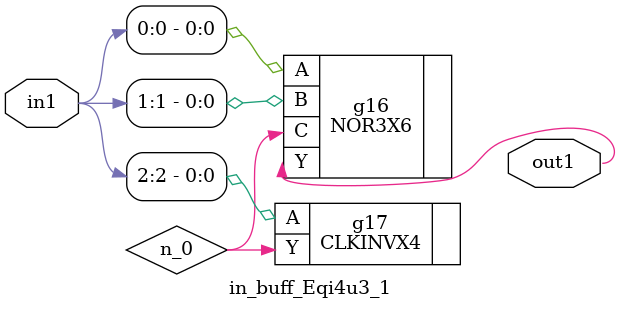
<source format=v>
`timescale 1ps / 1ps


module in_buff_Eqi4u3_1(in1, out1);
  input [2:0] in1;
  output out1;
  wire [2:0] in1;
  wire out1;
  wire n_0;
  NOR3X6 g16(.A (in1[0]), .B (in1[1]), .C (n_0), .Y (out1));
  CLKINVX4 g17(.A (in1[2]), .Y (n_0));
endmodule



</source>
